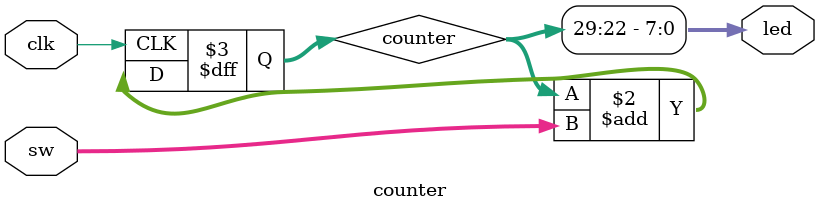
<source format=v>
module counter
(
	input             clk,
	input      [7:0]  sw,
	output     [7:0]  led
);

reg [29:0] counter;

assign led[7:0] = counter[29:22];

always @(posedge clk) begin
	counter <= counter + sw;
end

endmodule

</source>
